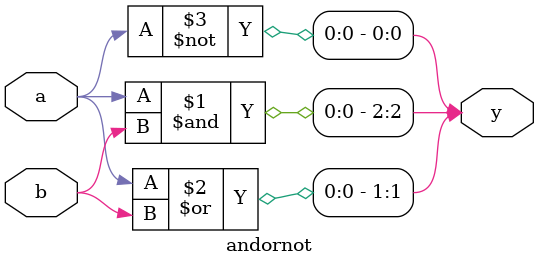
<source format=v>
module andornot(a,b,y);
	input a,b;
	output [2:0]y;
	and an(y[2],a,b);
	or o(y[1],a,b);
	not nt(y[0],a);
endmodule

</source>
